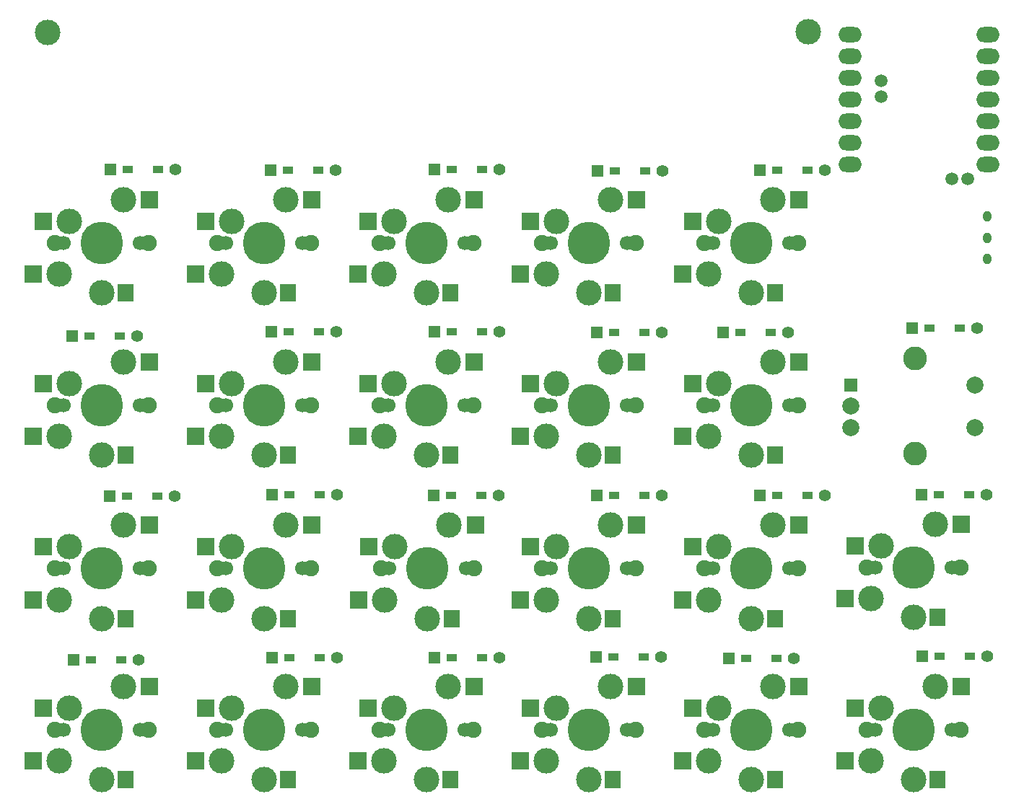
<source format=gbr>
%TF.GenerationSoftware,KiCad,Pcbnew,8.0.7*%
%TF.CreationDate,2025-02-16T08:14:47+09:00*%
%TF.ProjectId,cool642tb_L,636f6f6c-3634-4327-9462-5f4c2e6b6963,rev?*%
%TF.SameCoordinates,Original*%
%TF.FileFunction,Soldermask,Bot*%
%TF.FilePolarity,Negative*%
%FSLAX46Y46*%
G04 Gerber Fmt 4.6, Leading zero omitted, Abs format (unit mm)*
G04 Created by KiCad (PCBNEW 8.0.7) date 2025-02-16 08:14:47*
%MOMM*%
%LPD*%
G01*
G04 APERTURE LIST*
%ADD10C,1.900000*%
%ADD11C,1.700000*%
%ADD12C,3.000000*%
%ADD13C,5.000000*%
%ADD14R,2.000000X2.000000*%
%ADD15R,1.900000X2.000000*%
%ADD16R,1.397000X1.397000*%
%ADD17R,1.300000X0.950000*%
%ADD18C,1.397000*%
%ADD19C,2.000000*%
%ADD20R,1.500000X1.500000*%
%ADD21C,2.800000*%
%ADD22O,1.000000X1.300000*%
%ADD23O,2.750000X1.800000*%
%ADD24C,1.500000*%
G04 APERTURE END LIST*
D10*
%TO.C,SW14*%
X51650000Y-19050000D03*
D11*
X52070000Y-19050000D03*
D12*
X52150000Y-22750000D03*
D11*
X52650000Y-19050000D03*
D12*
X53340000Y-16510000D03*
D13*
X57150000Y-19050000D03*
D12*
X57150000Y-24950000D03*
X59690000Y-13970000D03*
D11*
X61650000Y-19050000D03*
X62230000Y-19050000D03*
D10*
X62650000Y-19050000D03*
D14*
X49050000Y-22750000D03*
X50250000Y-16510000D03*
D15*
X59950000Y-24950000D03*
D14*
X62750000Y-13970000D03*
%TD*%
D16*
%TO.C,D3*%
X890000Y-29720000D03*
D17*
X2925000Y-29720000D03*
X6475000Y-29720000D03*
D18*
X8510000Y-29720000D03*
%TD*%
D12*
%TO.C,B1*%
X-6400000Y24710000D03*
X82870000Y24750000D03*
%TD*%
D10*
%TO.C,SW18*%
X70700000Y-19050000D03*
D11*
X71120000Y-19050000D03*
D12*
X71200000Y-22750000D03*
D11*
X71700000Y-19050000D03*
D12*
X72390000Y-16510000D03*
D13*
X76200000Y-19050000D03*
D12*
X76200000Y-24950000D03*
X78740000Y-13970000D03*
D11*
X80700000Y-19050000D03*
X81280000Y-19050000D03*
D10*
X81700000Y-19050000D03*
D14*
X68100000Y-22750000D03*
X69300000Y-16510000D03*
D15*
X79000000Y-24950000D03*
D14*
X81800000Y-13970000D03*
%TD*%
D16*
%TO.C,D13*%
X58170000Y8480000D03*
D17*
X60205000Y8480000D03*
X63755000Y8480000D03*
D18*
X65790000Y8480000D03*
%TD*%
D10*
%TO.C,SW12*%
X32600000Y-57150000D03*
D11*
X33020000Y-57150000D03*
D12*
X33100000Y-60850000D03*
D11*
X33600000Y-57150000D03*
D12*
X34290000Y-54610000D03*
D13*
X38100000Y-57150000D03*
D12*
X38100000Y-63050000D03*
X40640000Y-52070000D03*
D11*
X42600000Y-57150000D03*
X43180000Y-57150000D03*
D10*
X43600000Y-57150000D03*
D14*
X30000000Y-60850000D03*
X31200000Y-54610000D03*
D15*
X40900000Y-63050000D03*
D14*
X43700000Y-52070000D03*
%TD*%
D10*
%TO.C,SW23*%
X89750000Y-57150000D03*
D11*
X90170000Y-57150000D03*
D12*
X90250000Y-60850000D03*
D11*
X90750000Y-57150000D03*
D12*
X91440000Y-54610000D03*
D13*
X95250000Y-57150000D03*
D12*
X95250000Y-63050000D03*
X97790000Y-52070000D03*
D11*
X99750000Y-57150000D03*
X100330000Y-57150000D03*
D10*
X100750000Y-57150000D03*
D14*
X87150000Y-60850000D03*
X88350000Y-54610000D03*
D15*
X98050000Y-63050000D03*
D14*
X100850000Y-52070000D03*
%TD*%
D16*
%TO.C,D10*%
X39000000Y-10420000D03*
D17*
X41035000Y-10420000D03*
X44585000Y-10420000D03*
D18*
X46620000Y-10420000D03*
%TD*%
D16*
%TO.C,D19*%
X77190000Y-29630000D03*
D17*
X79225000Y-29630000D03*
X82775000Y-29630000D03*
D18*
X84810000Y-29630000D03*
%TD*%
D16*
%TO.C,D16*%
X57960000Y-48600000D03*
D17*
X59995000Y-48600000D03*
X63545000Y-48600000D03*
D18*
X65580000Y-48600000D03*
%TD*%
D10*
%TO.C,SW19*%
X70700000Y-38200000D03*
D11*
X71120000Y-38200000D03*
D12*
X71200000Y-41900000D03*
D11*
X71700000Y-38200000D03*
D12*
X72390000Y-35660000D03*
D13*
X76200000Y-38200000D03*
D12*
X76200000Y-44100000D03*
X78740000Y-33120000D03*
D11*
X80700000Y-38200000D03*
X81280000Y-38200000D03*
D10*
X81700000Y-38200000D03*
D14*
X68100000Y-41900000D03*
X69300000Y-35660000D03*
D15*
X79000000Y-44100000D03*
D14*
X81800000Y-33120000D03*
%TD*%
D10*
%TO.C,SW1*%
X-5500000Y0D03*
D11*
X-5080000Y0D03*
D12*
X-5000000Y-3700000D03*
D11*
X-4500000Y0D03*
D12*
X-3810000Y2540000D03*
D13*
X0Y0D03*
D12*
X0Y-5900000D03*
X2540000Y5080000D03*
D11*
X4500000Y0D03*
X5080000Y0D03*
D10*
X5500000Y0D03*
D14*
X-8100000Y-3700000D03*
X-6900000Y2540000D03*
D15*
X2800000Y-5900000D03*
D14*
X5600000Y5080000D03*
%TD*%
D10*
%TO.C,SW13*%
X51650000Y0D03*
D11*
X52070000Y0D03*
D12*
X52150000Y-3700000D03*
D11*
X52650000Y0D03*
D12*
X53340000Y2540000D03*
D13*
X57150000Y0D03*
D12*
X57150000Y-5900000D03*
X59690000Y5080000D03*
D11*
X61650000Y0D03*
X62230000Y0D03*
D10*
X62650000Y0D03*
D14*
X49050000Y-3700000D03*
X50250000Y2540000D03*
D15*
X59950000Y-5900000D03*
D14*
X62750000Y5080000D03*
%TD*%
D16*
%TO.C,D7*%
X19990000Y-29570000D03*
D17*
X22025000Y-29570000D03*
X25575000Y-29570000D03*
D18*
X27610000Y-29570000D03*
%TD*%
D16*
%TO.C,D21*%
X95025000Y-10040000D03*
D17*
X97060000Y-10040000D03*
X100610000Y-10040000D03*
D18*
X102645000Y-10040000D03*
%TD*%
D10*
%TO.C,SW10*%
X32600000Y-19050000D03*
D11*
X33020000Y-19050000D03*
D12*
X33100000Y-22750000D03*
D11*
X33600000Y-19050000D03*
D12*
X34290000Y-16510000D03*
D13*
X38100000Y-19050000D03*
D12*
X38100000Y-24950000D03*
X40640000Y-13970000D03*
D11*
X42600000Y-19050000D03*
X43180000Y-19050000D03*
D10*
X43600000Y-19050000D03*
D14*
X30000000Y-22750000D03*
X31200000Y-16510000D03*
D15*
X40900000Y-24950000D03*
D14*
X43700000Y-13970000D03*
%TD*%
D16*
%TO.C,D14*%
X58090000Y-10490000D03*
D17*
X60125000Y-10490000D03*
X63675000Y-10490000D03*
D18*
X65710000Y-10490000D03*
%TD*%
D16*
%TO.C,D18*%
X72855000Y-10550000D03*
D17*
X74890000Y-10550000D03*
X78440000Y-10550000D03*
D18*
X80475000Y-10550000D03*
%TD*%
D16*
%TO.C,D5*%
X19770000Y8520000D03*
D17*
X21805000Y8520000D03*
X25355000Y8520000D03*
D18*
X27390000Y8520000D03*
%TD*%
D10*
%TO.C,SW9*%
X32600000Y0D03*
D11*
X33020000Y0D03*
D12*
X33100000Y-3700000D03*
D11*
X33600000Y0D03*
D12*
X34290000Y2540000D03*
D13*
X38100000Y0D03*
D12*
X38100000Y-5900000D03*
X40640000Y5080000D03*
D11*
X42600000Y0D03*
X43180000Y0D03*
D10*
X43600000Y0D03*
D14*
X30000000Y-3700000D03*
X31200000Y2540000D03*
D15*
X40900000Y-5900000D03*
D14*
X43700000Y5080000D03*
%TD*%
D10*
%TO.C,SW15*%
X51650000Y-38200000D03*
D11*
X52070000Y-38200000D03*
D12*
X52150000Y-41900000D03*
D11*
X52650000Y-38200000D03*
D12*
X53340000Y-35660000D03*
D13*
X57150000Y-38200000D03*
D12*
X57150000Y-44100000D03*
X59690000Y-33120000D03*
D11*
X61650000Y-38200000D03*
X62230000Y-38200000D03*
D10*
X62650000Y-38200000D03*
D14*
X49050000Y-41900000D03*
X50250000Y-35660000D03*
D15*
X59950000Y-44100000D03*
D14*
X62750000Y-33120000D03*
%TD*%
D10*
%TO.C,SW11*%
X32700000Y-38200000D03*
D11*
X33120000Y-38200000D03*
D12*
X33200000Y-41900000D03*
D11*
X33700000Y-38200000D03*
D12*
X34390000Y-35660000D03*
D13*
X38200000Y-38200000D03*
D12*
X38200000Y-44100000D03*
X40740000Y-33120000D03*
D11*
X42700000Y-38200000D03*
X43280000Y-38200000D03*
D10*
X43700000Y-38200000D03*
D14*
X30100000Y-41900000D03*
X31300000Y-35660000D03*
D15*
X41000000Y-44100000D03*
D14*
X43800000Y-33120000D03*
%TD*%
D10*
%TO.C,SW5*%
X13550000Y0D03*
D11*
X13970000Y0D03*
D12*
X14050000Y-3700000D03*
D11*
X14550000Y0D03*
D12*
X15240000Y2540000D03*
D13*
X19050000Y0D03*
D12*
X19050000Y-5900000D03*
X21590000Y5080000D03*
D11*
X23550000Y0D03*
X24130000Y0D03*
D10*
X24550000Y0D03*
D14*
X10950000Y-3700000D03*
X12150000Y2540000D03*
D15*
X21850000Y-5900000D03*
D14*
X24650000Y5080000D03*
%TD*%
D16*
%TO.C,D9*%
X39010000Y8610000D03*
D17*
X41045000Y8610000D03*
X44595000Y8610000D03*
D18*
X46630000Y8610000D03*
%TD*%
D16*
%TO.C,D8*%
X19920000Y-48670000D03*
D17*
X21955000Y-48670000D03*
X25505000Y-48670000D03*
D18*
X27540000Y-48670000D03*
%TD*%
D10*
%TO.C,SW4*%
X-5500000Y-57150000D03*
D11*
X-5080000Y-57150000D03*
D12*
X-5000000Y-60850000D03*
D11*
X-4500000Y-57150000D03*
D12*
X-3810000Y-54610000D03*
D13*
X0Y-57150000D03*
D12*
X0Y-63050000D03*
X2540000Y-52070000D03*
D11*
X4500000Y-57150000D03*
X5080000Y-57150000D03*
D10*
X5500000Y-57150000D03*
D14*
X-8100000Y-60850000D03*
X-6900000Y-54610000D03*
D15*
X2800000Y-63050000D03*
D14*
X5600000Y-52070000D03*
%TD*%
D10*
%TO.C,SW17*%
X70700000Y0D03*
D11*
X71120000Y0D03*
D12*
X71200000Y-3700000D03*
D11*
X71700000Y0D03*
D12*
X72390000Y2540000D03*
D13*
X76200000Y0D03*
D12*
X76200000Y-5900000D03*
X78740000Y5080000D03*
D11*
X80700000Y0D03*
X81280000Y0D03*
D10*
X81700000Y0D03*
D14*
X68100000Y-3700000D03*
X69300000Y2540000D03*
D15*
X79000000Y-5900000D03*
D14*
X81800000Y5080000D03*
%TD*%
D16*
%TO.C,D23*%
X96270000Y-48510000D03*
D17*
X98305000Y-48510000D03*
X101855000Y-48510000D03*
D18*
X103890000Y-48510000D03*
%TD*%
D10*
%TO.C,SW22*%
X89750000Y-38100000D03*
D11*
X90170000Y-38100000D03*
D12*
X90250000Y-41800000D03*
D11*
X90750000Y-38100000D03*
D12*
X91440000Y-35560000D03*
D13*
X95250000Y-38100000D03*
D12*
X95250000Y-44000000D03*
X97790000Y-33020000D03*
D11*
X99750000Y-38100000D03*
X100330000Y-38100000D03*
D10*
X100750000Y-38100000D03*
D14*
X87150000Y-41800000D03*
X88350000Y-35560000D03*
D15*
X98050000Y-44000000D03*
D14*
X100850000Y-33020000D03*
%TD*%
D16*
%TO.C,D11*%
X38900000Y-29650000D03*
D17*
X40935000Y-29650000D03*
X44485000Y-29650000D03*
D18*
X46520000Y-29650000D03*
%TD*%
D10*
%TO.C,SW6*%
X13550000Y-19050000D03*
D11*
X13970000Y-19050000D03*
D12*
X14050000Y-22750000D03*
D11*
X14550000Y-19050000D03*
D12*
X15240000Y-16510000D03*
D13*
X19050000Y-19050000D03*
D12*
X19050000Y-24950000D03*
X21590000Y-13970000D03*
D11*
X23550000Y-19050000D03*
X24130000Y-19050000D03*
D10*
X24550000Y-19050000D03*
D14*
X10950000Y-22750000D03*
X12150000Y-16510000D03*
D15*
X21850000Y-24950000D03*
D14*
X24650000Y-13970000D03*
%TD*%
D19*
%TO.C,SW21*%
X102400000Y-16660000D03*
X102400000Y-21660000D03*
D20*
X87900000Y-16660000D03*
D19*
X87900000Y-21660000D03*
X87900000Y-19160000D03*
D21*
X95400000Y-13560000D03*
X95400000Y-24760000D03*
%TD*%
D10*
%TO.C,SW3*%
X-5500000Y-38200000D03*
D11*
X-5080000Y-38200000D03*
D12*
X-5000000Y-41900000D03*
D11*
X-4500000Y-38200000D03*
D12*
X-3810000Y-35660000D03*
D13*
X0Y-38200000D03*
D12*
X0Y-44100000D03*
X2540000Y-33120000D03*
D11*
X4500000Y-38200000D03*
X5080000Y-38200000D03*
D10*
X5500000Y-38200000D03*
D14*
X-8100000Y-41900000D03*
X-6900000Y-35660000D03*
D15*
X2800000Y-44100000D03*
D14*
X5600000Y-33120000D03*
%TD*%
D16*
%TO.C,D6*%
X19890000Y-10420000D03*
D17*
X21925000Y-10420000D03*
X25475000Y-10420000D03*
D18*
X27510000Y-10420000D03*
%TD*%
D10*
%TO.C,SW2*%
X-5500000Y-19050000D03*
D11*
X-5080000Y-19050000D03*
D12*
X-5000000Y-22750000D03*
D11*
X-4500000Y-19050000D03*
D12*
X-3810000Y-16510000D03*
D13*
X0Y-19050000D03*
D12*
X0Y-24950000D03*
X2540000Y-13970000D03*
D11*
X4500000Y-19050000D03*
X5080000Y-19050000D03*
D10*
X5500000Y-19050000D03*
D14*
X-8100000Y-22750000D03*
X-6900000Y-16510000D03*
D15*
X2800000Y-24950000D03*
D14*
X5600000Y-13970000D03*
%TD*%
D10*
%TO.C,SW16*%
X51650000Y-57150000D03*
D11*
X52070000Y-57150000D03*
D12*
X52150000Y-60850000D03*
D11*
X52650000Y-57150000D03*
D12*
X53340000Y-54610000D03*
D13*
X57150000Y-57150000D03*
D12*
X57150000Y-63050000D03*
X59690000Y-52070000D03*
D11*
X61650000Y-57150000D03*
X62230000Y-57150000D03*
D10*
X62650000Y-57150000D03*
D14*
X49050000Y-60850000D03*
X50250000Y-54610000D03*
D15*
X59950000Y-63050000D03*
D14*
X62750000Y-52070000D03*
%TD*%
D22*
%TO.C,SW24*%
X103840000Y3104000D03*
X103840000Y604000D03*
X103840000Y-1896000D03*
%TD*%
D16*
%TO.C,D15*%
X58040000Y-29620000D03*
D17*
X60075000Y-29620000D03*
X63625000Y-29620000D03*
D18*
X65660000Y-29620000D03*
%TD*%
D10*
%TO.C,SW8*%
X13550000Y-57150000D03*
D11*
X13970000Y-57150000D03*
D12*
X14050000Y-60850000D03*
D11*
X14550000Y-57150000D03*
D12*
X15240000Y-54610000D03*
D13*
X19050000Y-57150000D03*
D12*
X19050000Y-63050000D03*
X21590000Y-52070000D03*
D11*
X23550000Y-57150000D03*
X24130000Y-57150000D03*
D10*
X24550000Y-57150000D03*
D14*
X10950000Y-60850000D03*
X12150000Y-54610000D03*
D15*
X21850000Y-63050000D03*
D14*
X24650000Y-52070000D03*
%TD*%
D16*
%TO.C,D2*%
X-3500000Y-10920000D03*
D17*
X-1465000Y-10920000D03*
X2085000Y-10920000D03*
D18*
X4120000Y-10920000D03*
%TD*%
D16*
%TO.C,D12*%
X38990000Y-48690000D03*
D17*
X41025000Y-48690000D03*
X44575000Y-48690000D03*
D18*
X46610000Y-48690000D03*
%TD*%
D16*
%TO.C,D4*%
X-3300000Y-48970000D03*
D17*
X-1265000Y-48970000D03*
X2285000Y-48970000D03*
D18*
X4320000Y-48970000D03*
%TD*%
D16*
%TO.C,D1*%
X960000Y8650000D03*
D17*
X2995000Y8650000D03*
X6545000Y8650000D03*
D18*
X8580000Y8650000D03*
%TD*%
D16*
%TO.C,D17*%
X77195000Y8510000D03*
D17*
X79230000Y8510000D03*
X82780000Y8510000D03*
D18*
X84815000Y8510000D03*
%TD*%
D10*
%TO.C,SW7*%
X13550000Y-38200000D03*
D11*
X13970000Y-38200000D03*
D12*
X14050000Y-41900000D03*
D11*
X14550000Y-38200000D03*
D12*
X15240000Y-35660000D03*
D13*
X19050000Y-38200000D03*
D12*
X19050000Y-44100000D03*
X21590000Y-33120000D03*
D11*
X23550000Y-38200000D03*
X24130000Y-38200000D03*
D10*
X24550000Y-38200000D03*
D14*
X10950000Y-41900000D03*
X12150000Y-35660000D03*
D15*
X21850000Y-44100000D03*
D14*
X24650000Y-33120000D03*
%TD*%
D23*
%TO.C,U1*%
X87740000Y24450000D03*
X87740000Y21910000D03*
X87740000Y19370000D03*
X87740000Y16830000D03*
X87740000Y14290000D03*
X87740000Y11750000D03*
X87740000Y9210000D03*
X103980000Y9210000D03*
X103980000Y11750000D03*
X103980000Y14290000D03*
X103980000Y16830000D03*
X103980000Y19370000D03*
X103980000Y21910000D03*
X103980000Y24450000D03*
D24*
X99695400Y7518000D03*
X101575000Y7518000D03*
X91415000Y17147000D03*
X91415000Y19052000D03*
%TD*%
D10*
%TO.C,SW20*%
X70700000Y-57150000D03*
D11*
X71120000Y-57150000D03*
D12*
X71200000Y-60850000D03*
D11*
X71700000Y-57150000D03*
D12*
X72390000Y-54610000D03*
D13*
X76200000Y-57150000D03*
D12*
X76200000Y-63050000D03*
X78740000Y-52070000D03*
D11*
X80700000Y-57150000D03*
X81280000Y-57150000D03*
D10*
X81700000Y-57150000D03*
D14*
X68100000Y-60850000D03*
X69300000Y-54610000D03*
D15*
X79000000Y-63050000D03*
D14*
X81800000Y-52070000D03*
%TD*%
D16*
%TO.C,D22*%
X96170000Y-29600000D03*
D17*
X98205000Y-29600000D03*
X101755000Y-29600000D03*
D18*
X103790000Y-29600000D03*
%TD*%
D16*
%TO.C,D20*%
X73540000Y-48810000D03*
D17*
X75575000Y-48810000D03*
X79125000Y-48810000D03*
D18*
X81160000Y-48810000D03*
%TD*%
M02*

</source>
